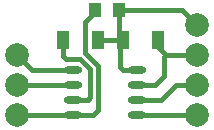
<source format=gbr>
G04*
G04 #@! TF.GenerationSoftware,Altium Limited,Altium Designer,23.1.1 (15)*
G04*
G04 Layer_Physical_Order=1*
G04 Layer_Color=255*
%FSLAX44Y44*%
%MOMM*%
G71*
G04*
G04 #@! TF.SameCoordinates,2F936F8F-47D6-4811-9C51-17D86596E71E*
G04*
G04*
G04 #@! TF.FilePolarity,Positive*
G04*
G01*
G75*
%ADD13R,1.0000X1.2500*%
%ADD14R,1.0000X1.6000*%
G04:AMPARAMS|DCode=15|XSize=1.55mm|YSize=0.6mm|CornerRadius=0.3mm|HoleSize=0mm|Usage=FLASHONLY|Rotation=0.000|XOffset=0mm|YOffset=0mm|HoleType=Round|Shape=RoundedRectangle|*
%AMROUNDEDRECTD15*
21,1,1.5500,0.0000,0,0,0.0*
21,1,0.9500,0.6000,0,0,0.0*
1,1,0.6000,0.4750,0.0000*
1,1,0.6000,-0.4750,0.0000*
1,1,0.6000,-0.4750,0.0000*
1,1,0.6000,0.4750,0.0000*
%
%ADD15ROUNDEDRECTD15*%
%ADD20C,0.4000*%
%ADD21C,2.0000*%
D13*
X99900Y103000D02*
D03*
X79900D02*
D03*
D14*
X103300Y77600D02*
D03*
X133300D02*
D03*
X82500D02*
D03*
X52500D02*
D03*
D15*
X115300Y52200D02*
D03*
Y39500D02*
D03*
Y26800D02*
D03*
Y14100D02*
D03*
X61300D02*
D03*
Y26800D02*
D03*
Y39500D02*
D03*
Y52200D02*
D03*
D20*
X82540Y18540D02*
Y55709D01*
X52500Y64087D02*
X54843Y61743D01*
X71243Y67006D02*
Y93093D01*
Y67006D02*
X82540Y55709D01*
X67257Y61743D02*
X76000Y53000D01*
X54843Y61743D02*
X67257D01*
X52500Y64087D02*
Y77600D01*
X76000Y29143D02*
Y53000D01*
X99900Y84000D02*
Y103000D01*
Y84000D02*
X103300Y80600D01*
Y77600D02*
Y80600D01*
X101000Y54543D02*
Y75300D01*
X103343Y52200D02*
X115300D01*
X101000Y54543D02*
X103343Y52200D01*
X101000Y75300D02*
X103300Y77600D01*
X82500D02*
X103300D01*
X61300Y26800D02*
X73657D01*
X76000Y29143D01*
X71243Y93093D02*
X79900Y101750D01*
X78100Y14100D02*
X82540Y18540D01*
X133300Y77600D02*
X133300D01*
X130300Y74600D02*
X133300Y77600D01*
X130300Y74600D02*
X140000Y64900D01*
X61300Y14100D02*
X78100D01*
X79900Y101750D02*
Y103000D01*
X13700Y64900D02*
X26400Y52200D01*
X61300D01*
X13700Y39500D02*
X61300D01*
X13700Y14100D02*
X61300D01*
X115300D02*
X166100D01*
X135800Y26800D02*
X148500Y39500D01*
X166100D01*
X115300Y26800D02*
X135800D01*
X138000Y47000D02*
Y62900D01*
X140000Y64900D01*
X130500Y39500D02*
X138000Y47000D01*
X115300Y39500D02*
X130500D01*
X140000Y64900D02*
X166100D01*
X99900Y103000D02*
X153400D01*
X166100Y90300D01*
D21*
D03*
Y14100D02*
D03*
X13700Y39500D02*
D03*
X166100D02*
D03*
Y64900D02*
D03*
X13700D02*
D03*
Y14100D02*
D03*
M02*

</source>
